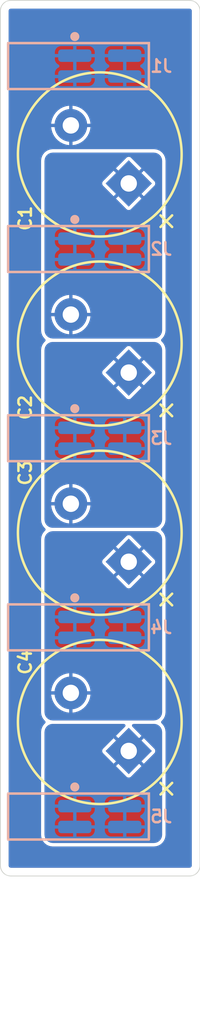
<source format=kicad_pcb>
(kicad_pcb (version 20241229) (generator "pcbnew") (generator_version "9.0")
  (layers (0 "F.Cu" signal) (4 "In1.Cu" power) (6 "In2.Cu" power) (2 "B.Cu" signal) (13 "F.Paste" user) (15 "B.Paste" user) (5 "F.SilkS" user "F.Silkscreen") (7 "B.SilkS" user "B.Silkscreen") (1 "F.Mask" user) (3 "B.Mask" user) (25 "Edge.Cuts" user))
  (net 0 "")
  (net 1 "GND")
  (net 2 "/VCAP")
  (net 3 "/VCAP_1")
  (net 4 "/VCAP_3")
  (net 5 "/VCAP_2")
  (footprint "no_components_footprints:Fiducial_0.5mm_Mask1mm" (layer "F.Cu") (at 129.832667 71.404535)
    (property "Reference" "FID1" (hide yes))
    (property "Value" "Fiducial" (hide yes))
    (pad "" smd circle (at 0 0) (size 0.5 0.5) (layers "F.Cu" "F.Mask"))
  )
  (footprint "capacitor_footprints:C_197x394_H31_5_5_0x10Metric" (layer "F.Cu") (at 134.8994 109.15792 135)
    (property "Reference" "C4" (at 5.511189 -1.559878 90) (layer "F.SilkS") (effects (font (size 0.762 0.762) (thickness 0.1524)) (justify left top)))
    (property "Value" "10 F")
    (fp_line (start -5.75 -0.499999) (end -5.75 0.499999) (stroke (width 0.1524)) (layer "F.SilkS"))
    (fp_line (start -6.249999 0) (end -5.250001 0) (stroke (width 0.1524)) (layer "F.SilkS"))
    (fp_circle (center 0 0) (end 5 0) (stroke (width 0.1524)) (fill no) (layer "F.SilkS"))
    (pad "1" thru_hole rect (at -2.5 0 135) (size 2 2) (drill 1) (layers "*.Cu" "*.Mask") (net 2 "/VCAP"))
    (pad "2" thru_hole circle (at 2.5 0 135) (size 2 2) (drill 1) (layers "*.Cu" "*.Mask") (net 4 "/VCAP_3"))
  )
  (footprint "no_components_footprints:Fiducial_0.5mm_Mask1mm" (layer "F.Cu") (at 129.832667 112.718945)
    (property "Reference" "FID3" (hide yes))
    (property "Value" "Fiducial" (hide yes))
    (pad "" smd circle (at 0 0) (size 0.5 0.5) (layers "F.Cu" "F.Mask"))
  )
  (footprint "capacitor_footprints:C_197x394_H31_5_5_0x10Metric" (layer "F.Cu") (at 134.8994 97.63267 135)
    (property "Reference" "C3" (at 5.511189 -1.559878 90) (layer "F.SilkS") (effects (font (size 0.762 0.762) (thickness 0.1524)) (justify left top)))
    (property "Value" "10 F")
    (fp_line (start -5.75 -0.499999) (end -5.75 0.499999) (stroke (width 0.1524)) (layer "F.SilkS"))
    (fp_line (start -6.249999 0) (end -5.250001 0) (stroke (width 0.1524)) (layer "F.SilkS"))
    (fp_circle (center 0 0) (end 5 0) (stroke (width 0.1524)) (fill no) (layer "F.SilkS"))
    (pad "1" thru_hole rect (at -2.5 0 135) (size 2 2) (drill 1) (layers "*.Cu" "*.Mask") (net 4 "/VCAP_3"))
    (pad "2" thru_hole circle (at 2.5 0 135) (size 2 2) (drill 1) (layers "*.Cu" "*.Mask") (net 5 "/VCAP_2"))
  )
  (footprint "capacitor_footprints:C_197x394_H31_5_5_0x10Metric" (layer "F.Cu") (at 134.8994 74.58456 135)
    (property "Reference" "C1" (at 1.380272 -5.690795 90) (layer "F.SilkS") (effects (font (size 0.762 0.762) (thickness 0.1524)) (justify right top)))
    (property "Value" "10 F")
    (fp_line (start -5.75 -0.499999) (end -5.75 0.499999) (stroke (width 0.1524)) (layer "F.SilkS"))
    (fp_line (start -6.249999 0) (end -5.250001 0) (stroke (width 0.1524)) (layer "F.SilkS"))
    (fp_circle (center 0 0) (end 5 0) (stroke (width 0.1524)) (fill no) (layer "F.SilkS"))
    (pad "1" thru_hole rect (at -2.5 0 135) (size 2 2) (drill 1) (layers "*.Cu" "*.Mask") (net 3 "/VCAP_1"))
    (pad "2" thru_hole circle (at 2.5 0 135) (size 2 2) (drill 1) (layers "*.Cu" "*.Mask") (net 1 "GND"))
  )
  (footprint "capacitor_footprints:C_197x394_H31_5_5_0x10Metric" (layer "F.Cu") (at 134.8994 86.10869 135)
    (property "Reference" "C2" (at 1.380271 -5.690795 90) (layer "F.SilkS") (effects (font (size 0.762 0.762) (thickness 0.1524)) (justify right top)))
    (property "Value" "10 F")
    (fp_line (start -5.75 -0.499999) (end -5.75 0.499999) (stroke (width 0.1524)) (layer "F.SilkS"))
    (fp_line (start -6.249999 0) (end -5.250001 0) (stroke (width 0.1524)) (layer "F.SilkS"))
    (fp_circle (center 0 0) (end 5 0) (stroke (width 0.1524)) (fill no) (layer "F.SilkS"))
    (pad "1" thru_hole rect (at -2.5 0 135) (size 2 2) (drill 1) (layers "*.Cu" "*.Mask") (net 5 "/VCAP_2"))
    (pad "2" thru_hole circle (at 2.5 0 135) (size 2 2) (drill 1) (layers "*.Cu" "*.Mask") (net 3 "/VCAP_1"))
  )
  (footprint "no_components_footprints:Fiducial_0.5mm_Mask1mm" (layer "F.Cu") (at 140.016933 71.404535)
    (property "Reference" "FID2" (hide yes))
    (property "Value" "Fiducial" (hide yes))
    (pad "" smd circle (at 0 0) (size 0.5 0.5) (layers "F.Cu" "F.Mask"))
  )
  (footprint "connector_footprints:FTSH-102-04-L-DH" (layer "B.Cu") (at 134.8984 114.91976 -90)
    (property "Reference" "J5" (at 0 -3 0) (layer "B.SilkS") (effects (font (size 0.762 0.762) (thickness 0.1524)) (justify right mirror)))
    (property "Value" "FTSH-102-04-L-DH")
    (fp_rect (start -1.4 -3) (end 1.4 5.6) (stroke (width 0.1524)) (fill no) (layer "B.SilkS"))
    (fp_circle (center -1.8 1.525) (end -2 1.525) (stroke (width 0.1524)) (fill yes) (layer "B.SilkS"))
    (fp_circle (center -1.8 1.525) (end -2 1.525) (stroke (width 0.1524)) (fill yes) (layer "B.SilkS"))
    (pad "1" smd roundrect (at -0.635 1.525 270) (size 0.76 2.03) (layers "B.Cu" "B.Paste") (net 2 "/VCAP"))
    (pad "2" smd roundrect (at -0.635 -1.525 270) (size 0.76 2.03) (layers "B.Cu" "B.Paste") (net 2 "/VCAP"))
    (pad "3" smd roundrect (at 0.635 1.525 270) (size 0.76 2.03) (layers "B.Cu" "B.Paste") (net 2 "/VCAP"))
    (pad "4" smd roundrect (at 0.635 -1.525 270) (size 0.76 2.03) (layers "B.Cu" "B.Paste") (net 2 "/VCAP"))
  )
  (footprint "connector_footprints:FTSH-102-04-L-DH" (layer "B.Cu") (at 134.8984 80.34655 -90)
    (property "Reference" "J2" (at 0 -3 0) (layer "B.SilkS") (effects (font (size 0.762 0.762) (thickness 0.1524)) (justify right mirror)))
    (property "Value" "FTSH-102-04-L-DH")
    (fp_rect (start -1.4 -3) (end 1.4 5.6) (stroke (width 0.1524)) (fill no) (layer "B.SilkS"))
    (fp_circle (center -1.8 1.525) (end -2 1.525) (stroke (width 0.1524)) (fill yes) (layer "B.SilkS"))
    (fp_circle (center -1.8 1.525) (end -2 1.525) (stroke (width 0.1524)) (fill yes) (layer "B.SilkS"))
    (pad "1" smd roundrect (at -0.635 1.525 270) (size 0.76 2.03) (layers "B.Cu" "B.Paste") (net 3 "/VCAP_1"))
    (pad "2" smd roundrect (at -0.635 -1.525 270) (size 0.76 2.03) (layers "B.Cu" "B.Paste") (net 3 "/VCAP_1"))
    (pad "3" smd roundrect (at 0.635 1.525 270) (size 0.76 2.03) (layers "B.Cu" "B.Paste") (net 3 "/VCAP_1"))
    (pad "4" smd roundrect (at 0.635 -1.525 270) (size 0.76 2.03) (layers "B.Cu" "B.Paste") (net 3 "/VCAP_1"))
  )
  (footprint "connector_footprints:FTSH-102-04-L-DH" (layer "B.Cu") (at 134.8984 69.2023 -90)
    (property "Reference" "J1" (at 0 -3 0) (layer "B.SilkS") (effects (font (size 0.762 0.762) (thickness 0.1524)) (justify right mirror)))
    (property "Value" "FTSH-102-04-L-DH")
    (fp_rect (start -1.4 -3) (end 1.4 5.6) (stroke (width 0.1524)) (fill no) (layer "B.SilkS"))
    (fp_circle (center -1.8 1.525) (end -2 1.525) (stroke (width 0.1524)) (fill yes) (layer "B.SilkS"))
    (fp_circle (center -1.8 1.525) (end -2 1.525) (stroke (width 0.1524)) (fill yes) (layer "B.SilkS"))
    (pad "1" smd roundrect (at -0.635 1.525 270) (size 0.76 2.03) (layers "B.Cu" "B.Paste") (net 1 "GND"))
    (pad "2" smd roundrect (at -0.635 -1.525 270) (size 0.76 2.03) (layers "B.Cu" "B.Paste") (net 1 "GND"))
    (pad "3" smd roundrect (at 0.635 1.525 270) (size 0.76 2.03) (layers "B.Cu" "B.Paste") (net 1 "GND"))
    (pad "4" smd roundrect (at 0.635 -1.525 270) (size 0.76 2.03) (layers "B.Cu" "B.Paste") (net 1 "GND"))
  )
  (footprint "connector_footprints:FTSH-102-04-L-DH" (layer "B.Cu") (at 134.8984 91.8718 -90)
    (property "Reference" "J3" (at 0 -3 0) (layer "B.SilkS") (effects (font (size 0.762 0.762) (thickness 0.1524)) (justify right mirror)))
    (property "Value" "FTSH-102-04-L-DH")
    (fp_rect (start -1.4 -3) (end 1.4 5.6) (stroke (width 0.1524)) (fill no) (layer "B.SilkS"))
    (fp_circle (center -1.8 1.525) (end -2 1.525) (stroke (width 0.1524)) (fill yes) (layer "B.SilkS"))
    (fp_circle (center -1.8 1.525) (end -2 1.525) (stroke (width 0.1524)) (fill yes) (layer "B.SilkS"))
    (pad "1" smd roundrect (at -0.635 1.525 270) (size 0.76 2.03) (layers "B.Cu" "B.Paste") (net 5 "/VCAP_2"))
    (pad "2" smd roundrect (at -0.635 -1.525 270) (size 0.76 2.03) (layers "B.Cu" "B.Paste") (net 5 "/VCAP_2"))
    (pad "3" smd roundrect (at 0.635 1.525 270) (size 0.76 2.03) (layers "B.Cu" "B.Paste") (net 5 "/VCAP_2"))
    (pad "4" smd roundrect (at 0.635 -1.525 270) (size 0.76 2.03) (layers "B.Cu" "B.Paste") (net 5 "/VCAP_2"))
  )
  (footprint "connector_footprints:FTSH-102-04-L-DH" (layer "B.Cu") (at 134.8984 103.395575 -90)
    (property "Reference" "J4" (at 0 -3 0) (layer "B.SilkS") (effects (font (size 0.762 0.762) (thickness 0.1524)) (justify right mirror)))
    (property "Value" "FTSH-102-04-L-DH")
    (fp_rect (start -1.4 -3) (end 1.4 5.6) (stroke (width 0.1524)) (fill no) (layer "B.SilkS"))
    (fp_circle (center -1.8 1.525) (end -2 1.525) (stroke (width 0.1524)) (fill yes) (layer "B.SilkS"))
    (fp_circle (center -1.8 1.525) (end -2 1.525) (stroke (width 0.1524)) (fill yes) (layer "B.SilkS"))
    (pad "1" smd roundrect (at -0.635 1.525 270) (size 0.76 2.03) (layers "B.Cu" "B.Paste") (net 4 "/VCAP_3"))
    (pad "2" smd roundrect (at -0.635 -1.525 270) (size 0.76 2.03) (layers "B.Cu" "B.Paste") (net 4 "/VCAP_3"))
    (pad "3" smd roundrect (at 0.635 1.525 270) (size 0.76 2.03) (layers "B.Cu" "B.Paste") (net 4 "/VCAP_3"))
    (pad "4" smd roundrect (at 0.635 -1.525 270) (size 0.76 2.03) (layers "B.Cu" "B.Paste") (net 4 "/VCAP_3"))
  )
  (gr_arc (start 140.3858 65.2018) (mid 140.834813 65.387787) (end 141.0208 65.8368) (stroke (width 0.05)) (layer "Edge.Cuts"))
  (gr_arc (start 141.0208 117.9068) (mid 140.834813 118.355813) (end 140.3858 118.5418) (stroke (width 0.05)) (layer "Edge.Cuts"))
  (gr_line (start 128.8288 117.9068) (end 128.8288 65.8368) (stroke (width 0.05)) (layer "Edge.Cuts"))
  (gr_arc (start 128.8288 65.8368) (mid 129.014787 65.387787) (end 129.4638 65.2018) (stroke (width 0.05)) (layer "Edge.Cuts"))
  (gr_line (start 140.3858 118.5418) (end 129.4638 118.5418) (stroke (width 0.05)) (layer "Edge.Cuts"))
  (gr_line (start 129.4638 65.2018) (end 140.3858 65.2018) (stroke (width 0.05)) (layer "Edge.Cuts"))
  (gr_line (start 141.0208 65.8368) (end 141.0208 117.9068) (stroke (width 0.05)) (layer "Edge.Cuts"))
  (gr_arc (start 129.4638 118.5418) (mid 129.014787 118.355813) (end 128.8288 117.9068) (stroke (width 0.05)) (layer "Edge.Cuts"))
  (zone (net 2) (net_name "/VCAP") (layers "F.Cu" "B.Cu") (priority 12) (connect_pads (clearance 0.2032)) (min_thickness 0.2032) (fill yes (thermal_gap 0.2032) (thermal_bridge_width 0.2032) (smoothing fillet) (radius 0.508))
    (polygon (pts (xy 138.7094 109.2708) (xy 131.5212 109.2708) (xy 131.5212 116.5352) (xy 138.7094 116.5352)))
  )
  (zone (net 5) (net_name "/VCAP_2") (layers "F.Cu" "B.Cu") (priority 14) (connect_pads (clearance 0.2032)) (min_thickness 0.2032) (fill yes (thermal_gap 0.2032) (thermal_bridge_width 0.2032) (smoothing fillet) (radius 0.508))
    (polygon (pts (xy 131.5212 86.0044) (xy 131.5212 97.3328) (xy 138.7094 97.3328) (xy 138.7094 86.0044)))
  )
  (zone (net 3) (net_name "/VCAP_1") (layers "F.Cu" "B.Cu") (priority 14) (connect_pads (clearance 0.2032)) (min_thickness 0.2032) (fill yes (thermal_gap 0.2032) (thermal_bridge_width 0.2032) (smoothing fillet) (radius 0.508))
    (polygon (pts (xy 138.7094 74.4728) (xy 131.5212 74.4728) (xy 131.5212 85.8012) (xy 138.7094 85.8012)))
  )
  (zone (net 4) (net_name "/VCAP_3") (layers "F.Cu" "B.Cu") (priority 14) (connect_pads (clearance 0.2032)) (min_thickness 0.2032) (fill yes (thermal_gap 0.2032) (thermal_bridge_width 0.2032) (smoothing fillet) (radius 0.508))
    (polygon (pts (xy 131.5212 97.536) (xy 131.5212 109.0676) (xy 138.7094 109.0676) (xy 138.7094 97.536)))
  )
  (zone (net 1) (net_name "GND") (layers "F.Cu" "B.Cu" "In1.Cu" "In2.Cu") (connect_pads (clearance 0.2032)) (min_thickness 0.2032) (fill yes (thermal_gap 0.2032) (thermal_bridge_width 0.2032) (smoothing fillet) (radius 0.508))
    (polygon (pts (xy 141.0208 65.2018) (xy 141.0208 118.5418) (xy 128.8288 118.5418) (xy 128.8288 65.2018)))
  )
)
</source>
